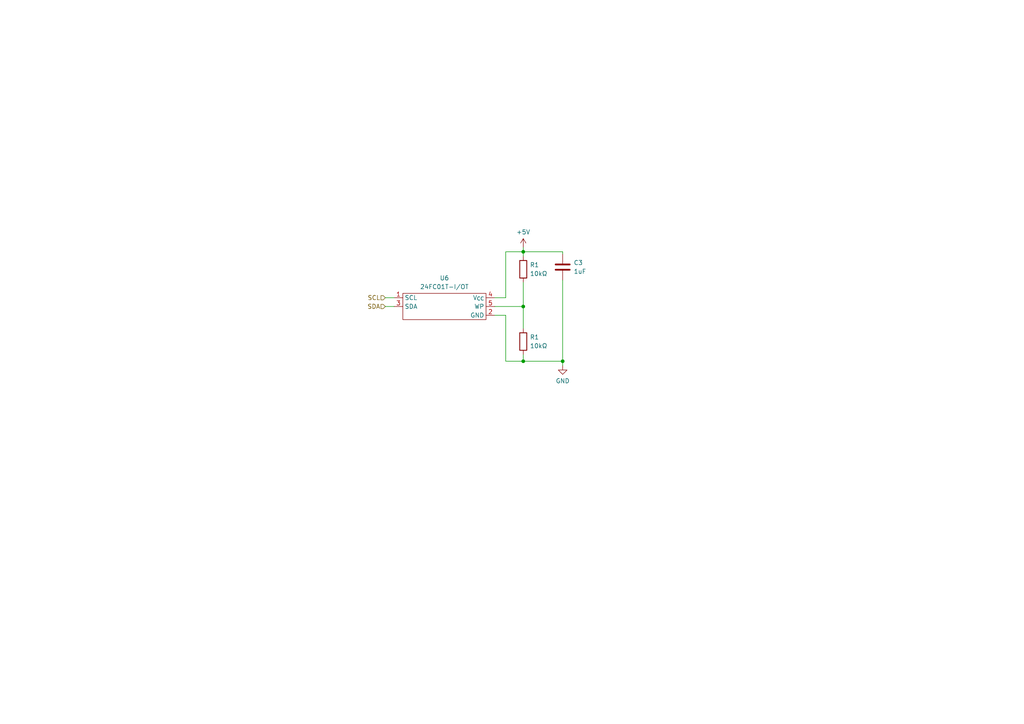
<source format=kicad_sch>
(kicad_sch (version 20230121) (generator eeschema)
  (paper "A4")
  (lib_symbols
    (symbol "Device:C" (pin_numbers hide) (pin_names (offset 0.254))
      (property "Reference" "C" (at 0.635 2.54 0))
      (property "Value" "C" (at 0.635 -2.54 0))
      (symbol "C_0_1"
        (polyline (pts (xy -2.032 -0.762) (xy 2.032 -0.762)) (stroke (width 0.508)))
        (polyline (pts (xy -2.032 0.762) (xy 2.032 0.762)) (stroke (width 0.508)))
      )
      (symbol "C_1_1"
        (pin passive line (at 0 3.81 270) (length 2.794) (name "~") (number "1"))
        (pin passive line (at 0 -3.81 90) (length 2.794) (name "~") (number "2"))
      )
    )
    (symbol "Device:R" (pin_numbers hide) (pin_names (offset 0))
      (property "Reference" "R" (at 2.032 0 90))
      (property "Value" "R" (at 0 0 90))
      (symbol "R_0_1"
        (rectangle (start -1.016 -2.54) (end 1.016 2.54) (stroke (width 0.254)))
      )
      (symbol "R_1_1"
        (pin passive line (at 0 3.81 270) (length 1.27) (name "~") (number "1"))
        (pin passive line (at 0 -3.81 90) (length 1.27) (name "~") (number "2"))
      )
    )
    (symbol "EEPROMI2C:24FC01T-IOT"
      (property "Reference" "U" (at 0 2.54 0))
      (property "Value" "24FC01T-I/OT" (at 0 0 0))
      (symbol "24FC01T-IOT_0_1"
        (rectangle (start -12.7 3.81) (end 11.43 -3.81))
      )
      (symbol "24FC01T-IOT_1_1"
        (pin input line (at -15.24 2.54 0) (length 2.54) (name "SCL") (number "1"))
        (pin input line (at 13.97 -2.54 180) (length 2.54) (name "GND") (number "2"))
        (pin input line (at -15.24 0 0) (length 2.54) (name "SDA") (number "3"))
        (pin input line (at 13.97 2.54 180) (length 2.54) (name "V_{CC}") (number "4"))
        (pin input line (at 13.97 0 180) (length 2.54) (name "WP") (number "5"))
      )
    )
    (symbol "power:+5V" (power) (pin_names (offset 0))
      (property "Value" "+5V" (at 0 3.556 0))
      (symbol "+5V_0_1"
        (polyline (pts (xy -0.762 1.27) (xy 0 2.54)))
        (polyline (pts (xy 0 0) (xy 0 2.54)))
        (polyline (pts (xy 0 2.54) (xy 0.762 1.27)))
      )
      (symbol "+5V_1_1"
        (pin power_in line (at 0 0 90) (length 0) hide (name "+5V") (number "1"))
      )
    )
    (symbol "power:GND" (power) (pin_names (offset 0))
      (property "Value" "GND" (at 0 -3.81 0))
      (symbol "GND_0_1"
        (polyline (pts (xy 0 0) (xy 0 -1.27) (xy 1.27 -1.27) (xy 0 -2.54) (xy -1.27 -1.27) (xy 0 -1.27)))
      )
      (symbol "GND_1_1"
        (pin power_in line (at 0 0 270) (length 0) hide (name "GND") (number "1"))
      )
    )
  )
  (junction (at 163.195 104.775))
  (junction (at 151.765 88.9))
  (junction (at 151.765 104.775))
  (junction (at 151.765 73.025))
  (wire (pts (xy 146.685 104.775) (xy 151.765 104.775)))
  (wire (pts (xy 146.685 91.44) (xy 146.685 104.775)))
  (wire (pts (xy 146.685 86.36) (xy 143.51 86.36)))
  (wire (pts (xy 151.765 71.755) (xy 151.765 73.025)))
  (wire (pts (xy 143.51 88.9) (xy 151.765 88.9)))
  (wire (pts (xy 143.51 91.44) (xy 146.685 91.44)))
  (wire (pts (xy 151.765 81.915) (xy 151.765 88.9)))
  (wire (pts (xy 151.765 104.775) (xy 163.195 104.775)))
  (wire (pts (xy 111.76 86.36) (xy 114.3 86.36)))
  (wire (pts (xy 151.765 102.87) (xy 151.765 104.775)))
  (wire (pts (xy 151.765 73.025) (xy 151.765 74.295)))
  (wire (pts (xy 151.765 88.9) (xy 151.765 95.25)))
  (wire (pts (xy 163.195 73.025) (xy 163.195 73.66)))
  (wire (pts (xy 163.195 81.28) (xy 163.195 104.775)))
  (wire (pts (xy 151.765 73.025) (xy 146.685 73.025)))
  (wire (pts (xy 163.195 104.775) (xy 163.195 106.045)))
  (wire (pts (xy 151.765 73.025) (xy 163.195 73.025)))
  (wire (pts (xy 111.76 88.9) (xy 114.3 88.9)))
  (wire (pts (xy 146.685 73.025) (xy 146.685 86.36)))
  (hierarchical_label "SCL" (shape input) (at 111.76 86.36 180))
  (hierarchical_label "SDA" (shape input) (at 111.76 88.9 180))
  (symbol (lib_id "EEPROMI2C:24FC01T-IOT") (at 129.54 88.9 0) (unit 1)
    (property "Reference" "U6" (at 128.905 80.645 0))
    (property "Value" "24FC01T-I/OT" (at 128.905 83.185 0))
    (property "Footprint" "Package_TO_SOT_SMD:SOT-23-5" (effects hide))
  )
  (symbol (lib_id "Device:C") (at 163.195 77.47 0) (unit 1)
    (property "Reference" "C3" (at 166.37 76.2 0) (effects (justify left)))
    (property "Value" "1uF" (at 166.37 78.74 0) (effects (justify left)))
    (property "Footprint" "Capacitor_SMD:C_0805_2012Metric" (effects hide))
    (instances (project "PowerDIOI2C" (path "" (reference "C3") (unit 1)) (path "" (reference "C19") (unit 1))))
  )
  (symbol (lib_id "Device:R") (at 151.765 78.105 180) (unit 1)
    (property "Reference" "R1" (at 153.67 76.835 0) (effects (justify right)))
    (property "Value" "10kΩ" (at 153.67 79.375 0) (effects (justify right)))
    (property "Footprint" "Resistor_SMD:R_0805_2012Metric" (effects hide))
    (instances (project "PowerDIOI2C" (path "" (reference "R1") (unit 1)) (path "" (reference "R21") (unit 1)) (path "" (reference "R57") (unit 1))))
  )
  (symbol (lib_id "power:+5V") (at 151.765 71.755 0) (unit 1)
    (property "Reference" "#PWR043" (effects hide))
    (property "Value" "+5V" (at 151.765 67.31 0))
    (instances (project "PowerDIOI2C" (path "" (reference "#PWR043") (unit 1)) (path "" (reference "#PWR064") (unit 1))))
  )
  (symbol (lib_id "power:GND") (at 163.195 106.045 0) (unit 1)
    (property "Reference" "#PWR044" (effects hide))
    (property "Value" "GND" (at 163.195 110.49 0))
    (instances (project "PowerDIOI2C" (path "" (reference "#PWR044") (unit 1)) (path "" (reference "#PWR065") (unit 1))))
  )
  (symbol (lib_id "Device:R") (at 151.765 99.06 180) (unit 1)
    (property "Reference" "R1" (at 153.67 97.79 0) (effects (justify right)))
    (property "Value" "10kΩ" (at 153.67 100.33 0) (effects (justify right)))
    (property "Footprint" "Resistor_SMD:R_0805_2012Metric" (effects hide))
    (instances (project "PowerDIOI2C" (path "" (reference "R1") (unit 1)) (path "" (reference "R21") (unit 1)) (path "" (reference "R58") (unit 1))))
  )
)
</source>
